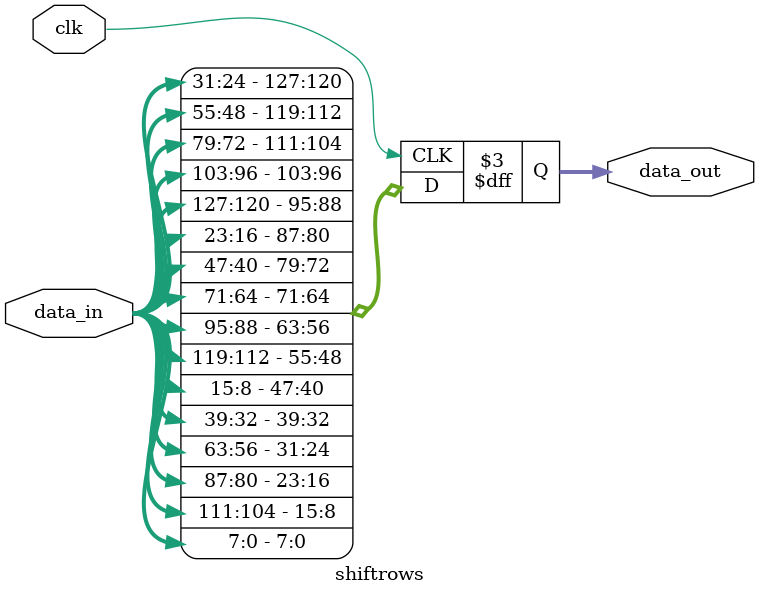
<source format=v>
`timescale 1ns / 1ps

module shiftrows(clk,data_in,data_out
    );
    input clk;
    input [127:0]data_in;
    output reg [127:0]data_out=128'b0;
    
    always@(posedge clk)
    begin
    data_out[127:120]<=data_in[31:24];
    data_out[119:112]<=data_in[55:48];
    data_out[111:104]<=data_in[79:72];
    data_out[103:96]<= data_in[103:96];
    
    
    data_out[95:88]<=data_in[127:120];
    data_out[87:80]<=data_in[23:16];
    data_out[79:72]<=data_in[47:40];
    data_out[71:64]<=data_in[71:64];
    
    data_out[63:56]<=data_in[95:88];
    data_out[55:48]<=data_in[119:112];
    data_out[47:40]<=data_in[15:8];
    data_out[39:32]<=data_in[39:32];
    
    data_out[31:24]<=data_in[63:56];
    data_out[23:16]<=data_in[87:80];
    data_out[15:8]<= data_in[111:104];
    data_out[7:0]<=data_in[7:0];
    end
endmodule

</source>
